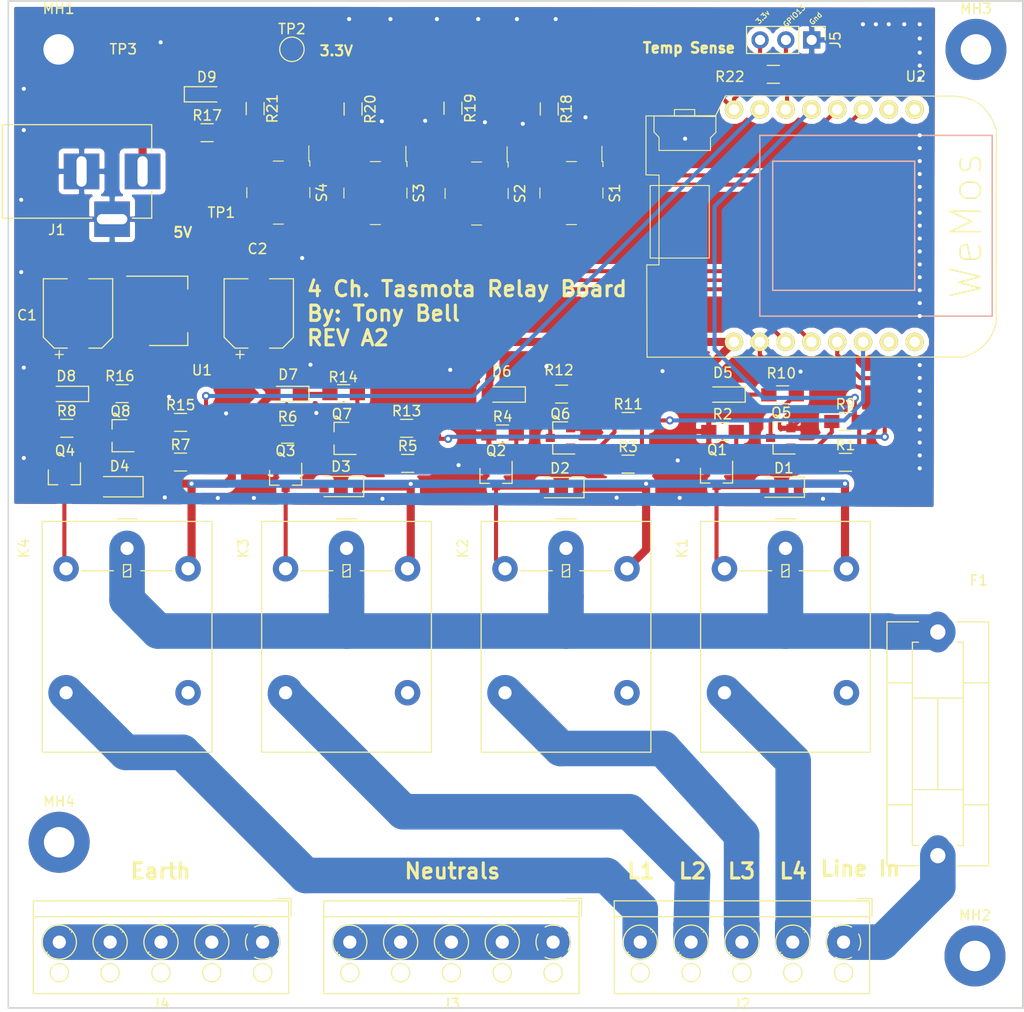
<source format=kicad_pcb>
(kicad_pcb (version 20171130) (host pcbnew "(5.0.0)")
  (layers (0 F.Cu signal) (31 B.Cu signal) (34 B.Paste user) (35 F.Paste user) (36 B.SilkS user) (37 F.SilkS user) (38 B.Mask user) (39 F.Mask user) (44 Edge.Cuts user))
  (net 0 "")
  (net 1 +5V)
  (net 2 GND)
  (net 3 "Net-(D1-Pad2)")
  (net 4 "Net-(Q1-Pad1)")
  (net 5 "Net-(D2-Pad2)")
  (net 6 "Net-(D3-Pad2)")
  (net 7 "Net-(D4-Pad2)")
  (net 8 "Net-(Q2-Pad1)")
  (net 9 "Net-(Q3-Pad1)")
  (net 10 "Net-(Q4-Pad1)")
  (net 11 Relay1)
  (net 12 Relay2)
  (net 13 Relay3)
  (net 14 Relay4)
  (net 15 L1)
  (net 16 LineIN)
  (net 17 L2)
  (net 18 L3)
  (net 19 L4)
  (net 20 Neutral)
  (net 21 Earth)
  (net 22 "Net-(K1-Pad4)")
  (net 23 "Net-(K2-Pad4)")
  (net 24 "Net-(K3-Pad4)")
  (net 25 "Net-(K4-Pad4)")
  (net 26 "Net-(U2-Pad8)")
  (net 27 "Net-(U2-Pad7)")
  (net 28 "Net-(U2-Pad10)")
  (net 29 "Net-(U2-Pad9)")
  (net 30 AC)
  (net 31 "Net-(Q8-Pad1)")
  (net 32 "Net-(D7-Pad1)")
  (net 33 "Net-(Q7-Pad3)")
  (net 34 "Net-(Q8-Pad3)")
  (net 35 "Net-(D8-Pad1)")
  (net 36 "Net-(Q5-Pad1)")
  (net 37 "Net-(Q5-Pad3)")
  (net 38 "Net-(D5-Pad1)")
  (net 39 "Net-(Q6-Pad1)")
  (net 40 "Net-(Q6-Pad3)")
  (net 41 "Net-(D6-Pad1)")
  (net 42 "Net-(Q7-Pad1)")
  (net 43 "Net-(D9-Pad2)")
  (net 44 /DC_IN)
  (net 45 "Net-(R19-Pad2)")
  (net 46 SW2)
  (net 47 SW0)
  (net 48 "Net-(R18-Pad2)")
  (net 49 "Net-(R21-Pad2)")
  (net 50 SW16)
  (net 51 SW14)
  (net 52 "Net-(R20-Pad2)")
  (net 53 +3V3)
  (net 54 OneWire)
  (module Mounting_Holes:MountingHole_3mm_Pad (layer F.Cu) (at 86.0298 115.27028)
    (fp_text reference MH4 (at 0 -4) (layer F.SilkS))
    (fp_text value MountingHole)
    (pad 1 thru_hole circle (at 0 0) (size 6 6) (drill 3) (layers *.Cu *.Mask))
  )
  (module Mounting_Holes:MountingHole_3mm_Pad (layer F.Cu) (at 85.979 37.27196)
    (fp_text reference MH1 (at 0 -4) (layer F.SilkS))
    (fp_text value MountingHole)
    (pad 1 thru_hole circle (at 0 0) (size 6 6) (drill 3) (layers *.Cu *.Mask))
  )
  (module Mounting_Holes:MountingHole_3mm_Pad (layer F.Cu) (at 176.1236 126.45644)
    (fp_text reference MH2 (at 0 -4) (layer F.SilkS))
    (fp_text value MountingHole)
    (pad 1 thru_hole circle (at 0 0) (size 6 6) (drill 3) (layers *.Cu *.Mask))
  )
  (module Mounting_Holes:MountingHole_3mm_Pad (layer F.Cu) (at 176.22012 37.27196)
    (fp_text reference MH3 (at 0 -4) (layer F.SilkS))
    (fp_text value MountingHole)
    (pad 1 thru_hole circle (at 0 0) (size 6 6) (drill 3) (layers *.Cu *.Mask))
  )
  (module Measurement_Points:Measurement_Point_Round-SMD-Pad_Small (layer F.Cu) (at 92.33408 39.25824)
    (fp_text reference TP3 (at 0 -2) (layer F.SilkS))
    (fp_text value GND)
    (pad 1 smd circle (at 0 0) (size 1.5 1.5) (layers F.Cu F.Mask) (net 2 GND))
  )
  (module Measurement_Points:Measurement_Point_Round-SMD-Pad_Small (layer F.Cu) (at 101.99116 55.32628)
    (fp_text reference TP1 (at 0 -2) (layer F.SilkS))
    (fp_text value 5V)
    (pad 1 smd circle (at 0 0) (size 1.5 1.5) (layers F.Cu F.Mask) (net 1 +5V))
  )
  (module Package_TO_SOT_SMD:SOT-23 (layer F.Cu) (at 113.83264 75.5396 180)
    (fp_text reference Q7 (at 0 2.39268) (layer F.SilkS))
    (fp_text value 2N7002)
    (pad 3 smd rect (at 1 0 180) (size 0.9 0.8) (layers F.Cu F.Paste F.Mask) (net 33 "Net-(Q7-Pad3)"))
    (pad 2 smd rect (at -1 0.95 180) (size 0.9 0.8) (layers F.Cu F.Paste F.Mask) (net 2 GND))
    (pad 1 smd rect (at -1 -0.95 180) (size 0.9 0.8) (layers F.Cu F.Paste F.Mask) (net 42 "Net-(Q7-Pad1)"))
  )
  (module Resistors_SMD:R_0805_HandSoldering (layer F.Cu) (at 120.20804 74.549)
    (fp_text reference R13 (at 0 -1.7) (layer F.SilkS))
    (fp_text value 1K)
    (pad 1 smd rect (at -1.35 0) (size 1.5 1.3) (layers F.Cu F.Paste F.Mask) (net 42 "Net-(Q7-Pad1)"))
    (pad 2 smd rect (at 1.35 0) (size 1.5 1.3) (layers F.Cu F.Paste F.Mask) (net 13 Relay3))
  )
  (module Resistors_SMD:R_0805_HandSoldering (layer F.Cu) (at 108.50372 75.12812)
    (fp_text reference R6 (at 0 -1.7) (layer F.SilkS))
    (fp_text value 10K)
    (pad 1 smd rect (at -1.35 0) (size 1.5 1.3) (layers F.Cu F.Paste F.Mask) (net 2 GND))
    (pad 2 smd rect (at 1.35 0) (size 1.5 1.3) (layers F.Cu F.Paste F.Mask) (net 9 "Net-(Q3-Pad1)"))
  )
  (module Resistors_SMD:R_0805_HandSoldering (layer F.Cu) (at 114.01552 71.13524 180)
    (fp_text reference R14 (at 0.04572 1.62052 180) (layer F.SilkS))
    (fp_text value 1K)
    (pad 1 smd rect (at -1.35 0 180) (size 1.5 1.3) (layers F.Cu F.Paste F.Mask) (net 33 "Net-(Q7-Pad3)"))
    (pad 2 smd rect (at 1.35 0 180) (size 1.5 1.3) (layers F.Cu F.Paste F.Mask) (net 32 "Net-(D7-Pad1)"))
  )
  (module LEDs:LED_0805_HandSoldering (layer F.Cu) (at 108.4072 71.16572 180)
    (fp_text reference D7 (at -0.13716 1.89992 180) (layer F.SilkS))
    (fp_text value LED)
    (pad 1 smd rect (at -1.35 0 180) (size 1.5 1.3) (layers F.Cu F.Paste F.Mask) (net 32 "Net-(D7-Pad1)"))
    (pad 2 smd rect (at 1.35 0 180) (size 1.5 1.3) (layers F.Cu F.Paste F.Mask) (net 1 +5V))
  )
  (module Resistors_SMD:R_0805_HandSoldering (layer F.Cu) (at 120.31472 77.99832)
    (fp_text reference R5 (at 0 -1.7) (layer F.SilkS))
    (fp_text value 1K)
    (pad 1 smd rect (at -1.35 0) (size 1.5 1.3) (layers F.Cu F.Paste F.Mask) (net 9 "Net-(Q3-Pad1)"))
    (pad 2 smd rect (at 1.35 0) (size 1.5 1.3) (layers F.Cu F.Paste F.Mask) (net 13 Relay3))
  )
  (module Diodes_SMD:D_SOD-123 (layer F.Cu) (at 113.7412 80.26908 180)
    (fp_text reference D3 (at -0.01016 1.96088 180) (layer F.SilkS))
    (fp_text value 1N4148)
    (pad 1 smd rect (at -1.65 0 180) (size 0.9 1.2) (layers F.Cu F.Paste F.Mask) (net 1 +5V))
    (pad 2 smd rect (at 1.65 0 180) (size 0.9 1.2) (layers F.Cu F.Paste F.Mask) (net 6 "Net-(D3-Pad2)"))
  )
  (module Package_TO_SOT_SMD:SOT-23 (layer F.Cu) (at 108.31068 79.38008 270)
    (fp_text reference Q3 (at -2.6162 0.02032) (layer F.SilkS))
    (fp_text value 2N7002)
    (pad 3 smd rect (at 1 0 270) (size 0.9 0.8) (layers F.Cu F.Paste F.Mask) (net 6 "Net-(D3-Pad2)"))
    (pad 2 smd rect (at -1 0.95 270) (size 0.9 0.8) (layers F.Cu F.Paste F.Mask) (net 2 GND))
    (pad 1 smd rect (at -1 -0.95 270) (size 0.9 0.8) (layers F.Cu F.Paste F.Mask) (net 9 "Net-(Q3-Pad1)"))
  )
  (module LEDs:LED_0805_HandSoldering (layer F.Cu) (at 86.72576 71.16572 180)
    (fp_text reference D8 (at 0 1.75768 180) (layer F.SilkS))
    (fp_text value LED)
    (pad 1 smd rect (at -1.35 0 180) (size 1.5 1.3) (layers F.Cu F.Paste F.Mask) (net 35 "Net-(D8-Pad1)"))
    (pad 2 smd rect (at 1.35 0 180) (size 1.5 1.3) (layers F.Cu F.Paste F.Mask) (net 1 +5V))
  )
  (module LEDs:LED_0805_HandSoldering (layer F.Cu) (at 100.54336 41.69156)
    (fp_text reference D9 (at 0 -1.7) (layer F.SilkS))
    (fp_text value LED)
    (pad 1 smd rect (at -1.35 0) (size 1.5 1.3) (layers F.Cu F.Paste F.Mask) (net 2 GND))
    (pad 2 smd rect (at 1.35 0) (size 1.5 1.3) (layers F.Cu F.Paste F.Mask) (net 43 "Net-(D9-Pad2)"))
  )
  (module digikey-footprints:Switch_Tactile_SMD_6x6mm_PTS645 (layer F.Cu) (at 136.4234 51.40452 270)
    (fp_text reference S1 (at 0 -4.27 270) (layer F.SilkS))
    (fp_text value PTS645SM43SMTR92_LFS)
    (pad 4 smd rect (at 3.975 2.25 270) (size 1.55 1.3) (layers F.Cu F.Paste F.Mask) (net 47 SW0))
    (pad 3 smd rect (at -3.975 2.25 270) (size 1.55 1.3) (layers F.Cu F.Paste F.Mask) (net 48 "Net-(R18-Pad2)"))
    (pad 2 smd rect (at 3.975 -2.25 270) (size 1.55 1.3) (layers F.Cu F.Paste F.Mask) (net 2 GND))
    (pad 1 smd rect (at -3.975 -2.25 270) (size 1.55 1.3) (layers F.Cu F.Paste F.Mask) (net 2 GND))
  )
  (module Diodes_SMD:D_SOD-123 (layer F.Cu) (at 157.099 80.33004 180)
    (fp_text reference D1 (at -0.22352 1.86436 180) (layer F.SilkS))
    (fp_text value 1N4148)
    (pad 1 smd rect (at -1.65 0 180) (size 0.9 1.2) (layers F.Cu F.Paste F.Mask) (net 1 +5V))
    (pad 2 smd rect (at 1.65 0 180) (size 0.9 1.2) (layers F.Cu F.Paste F.Mask) (net 3 "Net-(D1-Pad2)"))
  )
  (module Diodes_SMD:D_SOD-123 (layer F.Cu) (at 135.41248 80.38084 180)
    (fp_text reference D2 (at 0.11684 1.89992 180) (layer F.SilkS))
    (fp_text value 1N4148)
    (pad 1 smd rect (at -1.65 0 180) (size 0.9 1.2) (layers F.Cu F.Paste F.Mask) (net 1 +5V))
    (pad 2 smd rect (at 1.65 0 180) (size 0.9 1.2) (layers F.Cu F.Paste F.Mask) (net 5 "Net-(D2-Pad2)"))
  )
  (module Diodes_SMD:D_SOD-123 (layer F.Cu) (at 92.03944 80.29448 180)
    (fp_text reference D4 (at 0.07112 2.02184 180) (layer F.SilkS))
    (fp_text value 1N4148)
    (pad 1 smd rect (at -1.65 0 180) (size 0.9 1.2) (layers F.Cu F.Paste F.Mask) (net 1 +5V))
    (pad 2 smd rect (at 1.65 0 180) (size 0.9 1.2) (layers F.Cu F.Paste F.Mask) (net 7 "Net-(D4-Pad2)"))
  )
  (module digikey-footprints:Switch_Tactile_SMD_6x6mm_PTS645 (layer F.Cu) (at 117.13972 51.40452 270)
    (fp_text reference S3 (at 0 -4.27 270) (layer F.SilkS))
    (fp_text value PTS645SM43SMTR92_LFS)
    (pad 4 smd rect (at 3.975 2.25 270) (size 1.55 1.3) (layers F.Cu F.Paste F.Mask) (net 51 SW14))
    (pad 3 smd rect (at -3.975 2.25 270) (size 1.55 1.3) (layers F.Cu F.Paste F.Mask) (net 52 "Net-(R20-Pad2)"))
    (pad 2 smd rect (at 3.975 -2.25 270) (size 1.55 1.3) (layers F.Cu F.Paste F.Mask) (net 2 GND))
    (pad 1 smd rect (at -3.975 -2.25 270) (size 1.55 1.3) (layers F.Cu F.Paste F.Mask) (net 2 GND))
  )
  (module digikey-footprints:Switch_Tactile_SMD_6x6mm_PTS645 (layer F.Cu) (at 107.58932 51.3588 270)
    (fp_text reference S4 (at 0 -4.27 270) (layer F.SilkS))
    (fp_text value PTS645SM43SMTR92_LFS)
    (pad 4 smd rect (at 3.975 2.25 270) (size 1.55 1.3) (layers F.Cu F.Paste F.Mask) (net 50 SW16))
    (pad 3 smd rect (at -3.975 2.25 270) (size 1.55 1.3) (layers F.Cu F.Paste F.Mask) (net 49 "Net-(R21-Pad2)"))
    (pad 2 smd rect (at 3.975 -2.25 270) (size 1.55 1.3) (layers F.Cu F.Paste F.Mask) (net 2 GND))
    (pad 1 smd rect (at -3.975 -2.25 270) (size 1.55 1.3) (layers F.Cu F.Paste F.Mask) (net 2 GND))
  )
  (module digikey-footprints:Switch_Tactile_SMD_6x6mm_PTS645 (layer F.Cu) (at 127.09652 51.45024 270)
    (fp_text reference S2 (at 0 -4.27 270) (layer F.SilkS))
    (fp_text value PTS645SM43SMTR92_LFS)
    (pad 4 smd rect (at 3.975 2.25 270) (size 1.55 1.3) (layers F.Cu F.Paste F.Mask) (net 46 SW2))
    (pad 3 smd rect (at -3.975 2.25 270) (size 1.55 1.3) (layers F.Cu F.Paste F.Mask) (net 45 "Net-(R19-Pad2)"))
    (pad 2 smd rect (at 3.975 -2.25 270) (size 1.55 1.3) (layers F.Cu F.Paste F.Mask) (net 2 GND))
    (pad 1 smd rect (at -3.975 -2.25 270) (size 1.55 1.3) (layers F.Cu F.Paste F.Mask) (net 2 GND))
  )
  (module Fuse_Holders_and_Fuses:Fuseholder5x20_horiz_SemiClosed_Casing10x25mm (layer F.Cu) (at 172.466 116.586 90)
    (fp_text reference F1 (at 27.07132 4.02844 180) (layer F.SilkS))
    (fp_text value "Fuse 5A")
    (pad 2 thru_hole oval (at 22 0) (size 2.5 4) (drill 1.5) (layers *.Cu *.Mask) (net 16 LineIN))
    (pad 1 thru_hole oval (at 0 0) (size 2.5 4) (drill 1.5) (layers *.Cu *.Mask) (net 30 AC))
  )
  (module Connectors:BARREL_JACK (layer F.Cu) (at 94.234 49.276)
    (fp_text reference J1 (at -8.45 5.75 -180) (layer F.SilkS))
    (fp_text value Barrel_Jack_Switch)
    (pad 1 thru_hole rect (at 0 0) (size 3.5 3.5) (drill oval 1 3) (layers *.Cu *.Mask) (net 44 /DC_IN))
    (pad 2 thru_hole rect (at -6 0) (size 3.5 3.5) (drill oval 1 3) (layers *.Cu *.Mask) (net 2 GND))
    (pad 3 thru_hole rect (at -3 4.7) (size 3.5 3.5) (drill oval 3 1) (layers *.Cu *.Mask) (net 2 GND))
  )
  (module LEDs:LED_0805_HandSoldering (layer F.Cu) (at 151.32304 71.22668 180)
    (fp_text reference D5 (at 0.00508 2.14884 180) (layer F.SilkS))
    (fp_text value LED)
    (pad 1 smd rect (at -1.35 0 180) (size 1.5 1.3) (layers F.Cu F.Paste F.Mask) (net 38 "Net-(D5-Pad1)"))
    (pad 2 smd rect (at 1.35 0 180) (size 1.5 1.3) (layers F.Cu F.Paste F.Mask) (net 1 +5V))
  )
  (module LEDs:LED_0805_HandSoldering (layer F.Cu) (at 129.6924 71.2216 180)
    (fp_text reference D6 (at 0.127 2.26568 180) (layer F.SilkS))
    (fp_text value LED)
    (pad 1 smd rect (at -1.35 0 180) (size 1.5 1.3) (layers F.Cu F.Paste F.Mask) (net 41 "Net-(D6-Pad1)"))
    (pad 2 smd rect (at 1.35 0 180) (size 1.5 1.3) (layers F.Cu F.Paste F.Mask) (net 1 +5V))
  )
  (module Resistors_SMD:R_0805_HandSoldering (layer F.Cu) (at 163.38296 77.89164)
    (fp_text reference R1 (at 0 -1.7) (layer F.SilkS))
    (fp_text value 1K)
    (pad 1 smd rect (at -1.35 0) (size 1.5 1.3) (layers F.Cu F.Paste F.Mask) (net 4 "Net-(Q1-Pad1)"))
    (pad 2 smd rect (at 1.35 0) (size 1.5 1.3) (layers F.Cu F.Paste F.Mask) (net 11 Relay1))
  )
  (module Resistors_SMD:R_0805_HandSoldering (layer F.Cu) (at 151.28748 74.85888)
    (fp_text reference R2 (at 0 -1.7) (layer F.SilkS))
    (fp_text value 10K)
    (pad 1 smd rect (at -1.35 0) (size 1.5 1.3) (layers F.Cu F.Paste F.Mask) (net 2 GND))
    (pad 2 smd rect (at 1.35 0) (size 1.5 1.3) (layers F.Cu F.Paste F.Mask) (net 4 "Net-(Q1-Pad1)"))
  )
  (module Resistors_SMD:R_0805_HandSoldering (layer F.Cu) (at 141.99744 78.06944)
    (fp_text reference R3 (at 0 -1.7) (layer F.SilkS))
    (fp_text value 1K)
    (pad 1 smd rect (at -1.35 0) (size 1.5 1.3) (layers F.Cu F.Paste F.Mask) (net 8 "Net-(Q2-Pad1)"))
    (pad 2 smd rect (at 1.35 0) (size 1.5 1.3) (layers F.Cu F.Paste F.Mask) (net 12 Relay2))
  )
  (module Resistors_SMD:R_0805_HandSoldering (layer F.Cu) (at 129.65176 75.10272)
    (fp_text reference R4 (at 0 -1.7) (layer F.SilkS))
    (fp_text value 10K)
    (pad 1 smd rect (at -1.35 0) (size 1.5 1.3) (layers F.Cu F.Paste F.Mask) (net 2 GND))
    (pad 2 smd rect (at 1.35 0) (size 1.5 1.3) (layers F.Cu F.Paste F.Mask) (net 8 "Net-(Q2-Pad1)"))
  )
  (module Resistors_SMD:R_0805_HandSoldering (layer F.Cu) (at 97.96272 77.86624)
    (fp_text reference R7 (at 0 -1.7) (layer F.SilkS))
    (fp_text value 1K)
    (pad 1 smd rect (at -1.35 0) (size 1.5 1.3) (layers F.Cu F.Paste F.Mask) (net 10 "Net-(Q4-Pad1)"))
    (pad 2 smd rect (at 1.35 0) (size 1.5 1.3) (layers F.Cu F.Paste F.Mask) (net 14 Relay4))
  )
  (module Resistors_SMD:R_0805_HandSoldering (layer F.Cu) (at 86.77656 74.54392)
    (fp_text reference R8 (at 0 -1.7) (layer F.SilkS))
    (fp_text value 10K)
    (pad 1 smd rect (at -1.35 0) (size 1.5 1.3) (layers F.Cu F.Paste F.Mask) (net 2 GND))
    (pad 2 smd rect (at 1.35 0) (size 1.5 1.3) (layers F.Cu F.Paste F.Mask) (net 10 "Net-(Q4-Pad1)"))
  )
  (module Resistors_SMD:R_0805_HandSoldering (layer F.Cu) (at 163.38804 73.87336)
    (fp_text reference R9 (at 0 -1.7) (layer F.SilkS))
    (fp_text value 1K)
    (pad 1 smd rect (at -1.35 0) (size 1.5 1.3) (layers F.Cu F.Paste F.Mask) (net 36 "Net-(Q5-Pad1)"))
    (pad 2 smd rect (at 1.35 0) (size 1.5 1.3) (layers F.Cu F.Paste F.Mask) (net 11 Relay1))
  )
  (module Resistors_SMD:R_0805_HandSoldering (layer F.Cu) (at 157.19552 71.25208 180)
    (fp_text reference R10 (at 0.127 2.11836 180) (layer F.SilkS))
    (fp_text value 1K)
    (pad 1 smd rect (at -1.35 0 180) (size 1.5 1.3) (layers F.Cu F.Paste F.Mask) (net 37 "Net-(Q5-Pad3)"))
    (pad 2 smd rect (at 1.35 0 180) (size 1.5 1.3) (layers F.Cu F.Paste F.Mask) (net 38 "Net-(D5-Pad1)"))
  )
  (module Resistors_SMD:R_0805_HandSoldering (layer F.Cu) (at 142.0114 73.87336)
    (fp_text reference R11 (at 0 -1.7) (layer F.SilkS))
    (fp_text value 1K)
    (pad 1 smd rect (at -1.35 0) (size 1.5 1.3) (layers F.Cu F.Paste F.Mask) (net 39 "Net-(Q6-Pad1)"))
    (pad 2 smd rect (at 1.35 0) (size 1.5 1.3) (layers F.Cu F.Paste F.Mask) (net 12 Relay2))
  )
  (module Resistors_SMD:R_0805_HandSoldering (layer F.Cu) (at 135.45312 71.18096 180)
    (fp_text reference R12 (at 0.26416 2.35712 180) (layer F.SilkS))
    (fp_text value 1K)
    (pad 1 smd rect (at -1.35 0 180) (size 1.5 1.3) (layers F.Cu F.Paste F.Mask) (net 40 "Net-(Q6-Pad3)"))
    (pad 2 smd rect (at 1.35 0 180) (size 1.5 1.3) (layers F.Cu F.Paste F.Mask) (net 41 "Net-(D6-Pad1)"))
  )
  (module Resistors_SMD:R_0805_HandSoldering (layer F.Cu) (at 97.97288 73.9648)
    (fp_text reference R15 (at 0 -1.7) (layer F.SilkS))
    (fp_text value 1K)
    (pad 1 smd rect (at -1.35 0) (size 1.5 1.3) (layers F.Cu F.Paste F.Mask) (net 31 "Net-(Q8-Pad1)"))
    (pad 2 smd rect (at 1.35 0) (size 1.5 1.3) (layers F.Cu F.Paste F.Mask) (net 14 Relay4))
  )
  (module Resistors_SMD:R_0805_HandSoldering (layer F.Cu) (at 92.21724 71.13524 180)
    (fp_text reference R16 (at 0.21844 1.7272 180) (layer F.SilkS))
    (fp_text value 1K)
    (pad 1 smd rect (at -1.35 0 180) (size 1.5 1.3) (layers F.Cu F.Paste F.Mask) (net 34 "Net-(Q8-Pad3)"))
    (pad 2 smd rect (at 1.35 0 180) (size 1.5 1.3) (layers F.Cu F.Paste F.Mask) (net 35 "Net-(D8-Pad1)"))
  )
  (module Resistors_SMD:R_0805_HandSoldering (layer F.Cu) (at 100.584 45.466)
    (fp_text reference R17 (at 0 -1.7) (layer F.SilkS))
    (fp_text value 1K)
    (pad 1 smd rect (at -1.35 0) (size 1.5 1.3) (layers F.Cu F.Paste F.Mask) (net 1 +5V))
    (pad 2 smd rect (at 1.35 0) (size 1.5 1.3) (layers F.Cu F.Paste F.Mask) (net 43 "Net-(D9-Pad2)"))
  )
  (module Resistors_SMD:R_0805_HandSoldering (layer F.Cu) (at 134.239 43.13936 270)
    (fp_text reference R18 (at 0 -1.7 270) (layer F.SilkS))
    (fp_text value 1K)
    (pad 1 smd rect (at -1.35 0 270) (size 1.5 1.3) (layers F.Cu F.Paste F.Mask) (net 53 +3V3))
    (pad 2 smd rect (at 1.35 0 270) (size 1.5 1.3) (layers F.Cu F.Paste F.Mask) (net 48 "Net-(R18-Pad2)"))
  )
  (module Resistors_SMD:R_0805_HandSoldering (layer F.Cu) (at 124.76988 43.05808 270)
    (fp_text reference R19 (at 0 -1.7 270) (layer F.SilkS))
    (fp_text value 1K)
    (pad 1 smd rect (at -1.35 0 270) (size 1.5 1.3) (layers F.Cu F.Paste F.Mask) (net 53 +3V3))
    (pad 2 smd rect (at 1.35 0 270) (size 1.5 1.3) (layers F.Cu F.Paste F.Mask) (net 45 "Net-(R19-Pad2)"))
  )
  (module Resistors_SMD:R_0805_HandSoldering (layer F.Cu) (at 114.94008 43.13936 270)
    (fp_text reference R20 (at 0 -1.7 270) (layer F.SilkS))
    (fp_text value 1K)
    (pad 1 smd rect (at -1.35 0 270) (size 1.5 1.3) (layers F.Cu F.Paste F.Mask) (net 53 +3V3))
    (pad 2 smd rect (at 1.35 0 270) (size 1.5 1.3) (layers F.Cu F.Paste F.Mask) (net 52 "Net-(R20-Pad2)"))
  )
  (module Resistors_SMD:R_0805_HandSoldering (layer F.Cu) (at 105.3084 43.09872 270)
    (fp_text reference R21 (at 0 -1.7 270) (layer F.SilkS))
    (fp_text value 1K)
    (pad 1 smd rect (at -1.35 0 270) (size 1.5 1.3) (layers F.Cu F.Paste F.Mask) (net 53 +3V3))
    (pad 2 smd rect (at 1.35 0 270) (size 1.5 1.3) (layers F.Cu F.Paste F.Mask) (net 49 "Net-(R21-Pad2)"))
  )
  (module Resistors_SMD:R_0805_HandSoldering (layer F.Cu) (at 156.2862 39.7256)
    (fp_text reference R22 (at -4.28244 0.23368) (layer F.SilkS))
    (fp_text value 4.7K)
    (pad 1 smd rect (at -1.35 0) (size 1.5 1.3) (layers F.Cu F.Paste F.Mask) (net 53 +3V3))
    (pad 2 smd rect (at 1.35 0) (size 1.5 1.3) (layers F.Cu F.Paste F.Mask) (net 54 OneWire))
  )
  (module Connector_PinHeader_2.54mm:PinHeader_1x03_P2.54mm_Vertical (layer F.Cu) (at 160.06064 36.34232 270)
    (fp_text reference J5 (at 0 -2.33 270) (layer F.SilkS))
    (fp_text value Conn_01x03_Male)
    (pad 1 thru_hole rect (at 0 0 270) (size 1.7 1.7) (drill 1) (layers *.Cu *.Mask) (net 2 GND))
    (pad 2 thru_hole oval (at 0 2.54 270) (size 1.7 1.7) (drill 1) (layers *.Cu *.Mask) (net 54 OneWire))
    (pad 3 thru_hole oval (at 0 5.08 270) (size 1.7 1.7) (drill 1) (layers *.Cu *.Mask) (net 53 +3V3))
  )
  (module TestPoint:TestPoint_Pad_D2.0mm (layer F.Cu) (at 108.92536 37.2618)
    (fp_text reference TP2 (at 0 -1.998) (layer F.SilkS))
    (fp_text value 3.3V)
    (pad 1 smd circle (at 0 0) (size 2 2) (layers F.Cu F.Mask) (net 53 +3V3))
  )
  (module Package_TO_SOT_SMD:SOT-23 (layer F.Cu) (at 157.01772 75.49388 180)
    (fp_text reference Q5 (at -0.0508 2.46888 180) (layer F.SilkS))
    (fp_text value 2N7002)
    (pad 1 smd rect (at -1 -0.95 180) (size 0.9 0.8) (layers F.Cu F.Paste F.Mask) (net 36 "Net-(Q5-Pad1)"))
    (pad 2 smd rect (at -1 0.95 180) (size 0.9 0.8) (layers F.Cu F.Paste F.Mask) (net 2 GND))
    (pad 3 smd rect (at 1 0 180) (size 0.9 0.8) (layers F.Cu F.Paste F.Mask) (net 37 "Net-(Q5-Pad3)"))
  )
  (module Package_TO_SOT_SMD:SOT-23 (layer F.Cu) (at 135.34644 75.49388 180)
    (fp_text reference Q6 (at 0.01016 2.36728 180) (layer F.SilkS))
    (fp_text value 2N7002)
    (pad 3 smd rect (at 1 0 180) (size 0.9 0.8) (layers F.Cu F.Paste F.Mask) (net 40 "Net-(Q6-Pad3)"))
    (pad 2 smd rect (at -1 0.95 180) (size 0.9 0.8) (layers F.Cu F.Paste F.Mask) (net 2 GND))
    (pad 1 smd rect (at -1 -0.95 180) (size 0.9 0.8) (layers F.Cu F.Paste F.Mask) (net 39 "Net-(Q6-Pad1)"))
  )
  (module Package_TO_SOT_SMD:SOT-23 (layer F.Cu) (at 91.99372 75.27544 180)
    (fp_text reference Q8 (at -0.06604 2.413) (layer F.SilkS))
    (fp_text value 2N7002)
    (pad 1 smd rect (at -1 -0.95 180) (size 0.9 0.8) (layers F.Cu F.Paste F.Mask) (net 31 "Net-(Q8-Pad1)"))
    (pad 2 smd rect (at -1 0.95 180) (size 0.9 0.8) (layers F.Cu F.Paste F.Mask) (net 2 GND))
    (pad 3 smd rect (at 1 0 180) (size 0.9 0.8) (layers F.Cu F.Paste F.Mask) (net 34 "Net-(Q8-Pad3)"))
  )
  (module Capacitor_SMD:CP_Elec_6.3x9.9 (layer F.Cu) (at 105.664 63.246 90)
    (fp_text reference C2 (at 6.35 -0.127 180) (layer F.SilkS))
    (fp_text value 22uF)
    (pad 2 smd rect (at 2.8 0 90) (size 3.5 1.6) (layers F.Cu F.Paste F.Mask) (net 2 GND))
    (pad 1 smd rect (at -2.8 0 90) (size 3.5 1.6) (layers F.Cu F.Paste F.Mask) (net 1 +5V))
  )
  (module Capacitor_SMD:CP_Elec_6.3x9.9 (layer F.Cu) (at 87.884 63.246 90)
    (fp_text reference C1 (at -0.17272 -5.01904 180) (layer F.SilkS))
    (fp_text value 10uF)
    (pad 1 smd rect (at -2.8 0 90) (size 3.5 1.6) (layers F.Cu F.Paste F.Mask) (net 44 /DC_IN))
    (pad 2 smd rect (at 2.8 0 90) (size 3.5 1.6) (layers F.Cu F.Paste F.Mask) (net 2 GND))
  )
  (module Package_TO_SOT_SMD:SOT-23 (layer F.Cu) (at 150.6982 79.1718 270)
    (fp_text reference Q1 (at -2.50952 -0.05588) (layer F.SilkS))
    (fp_text value 2N7002)
    (pad 1 smd rect (at -1 -0.95 270) (size 0.9 0.8) (layers F.Cu F.Paste F.Mask) (net 4 "Net-(Q1-Pad1)"))
    (pad 2 smd rect (at -1 0.95 270) (size 0.9 0.8) (layers F.Cu F.Paste F.Mask) (net 2 GND))
    (pad 3 smd rect (at 1 0 270) (size 0.9 0.8) (layers F.Cu F.Paste F.Mask) (net 3 "Net-(D1-Pad2)"))
  )
  (module Package_TO_SOT_SMD:SOT-223-3_TabPin2 (layer F.Cu) (at 96.774 62.992)
    (fp_text reference U1 (at 3.302 5.842) (layer F.SilkS))
    (fp_text value AP1117-50)
    (pad 2 smd rect (at 3.15 0) (size 2 3.8) (layers F.Cu F.Paste F.Mask) (net 1 +5V))
    (pad 2 smd rect (at -3.15 0) (size 2 1.5) (layers F.Cu F.Paste F.Mask) (net 1 +5V))
    (pad 3 smd rect (at -3.15 2.3) (size 2 1.5) (layers F.Cu F.Paste F.Mask) (net 44 /DC_IN))
    (pad 1 smd rect (at -3.15 -2.3) (size 2 1.5) (layers F.Cu F.Paste F.Mask) (net 2 GND))
  )
  (module Relay_THT:Relay_SPDT_Omron-G5LE-1 (layer F.Cu) (at 157.48 86.36)
    (fp_text reference K1 (at -10.16 0 90) (layer F.SilkS))
    (fp_text value G5LE-1)
    (pad 5 thru_hole oval (at 6 2) (size 2.5 2.5) (drill 1.3) (layers *.Cu *.Mask) (net 1 +5V))
    (pad 4 thru_hole oval (at 6 14.2) (size 2.5 2.5) (drill 1.3) (layers *.Cu *.Mask) (net 22 "Net-(K1-Pad4)"))
    (pad 3 thru_hole oval (at -6 14.2) (size 2.5 2.5) (drill 1.3) (layers *.Cu *.Mask) (net 15 L1))
    (pad 2 thru_hole oval (at -6 2) (size 2.5 2.5) (drill 1.3) (layers *.Cu *.Mask) (net 3 "Net-(D1-Pad2)"))
    (pad 1 thru_hole rect (at 0 0) (size 2.5 2.5) (drill 1.3) (layers *.Cu *.Mask) (net 16 LineIN))
  )
  (module Relay_THT:Relay_SPDT_Omron-G5LE-1 (layer F.Cu) (at 135.89 86.36)
    (fp_text reference K2 (at -10.16 0 90) (layer F.SilkS))
    (fp_text value G5LE-1)
    (pad 1 thru_hole rect (at 0 0) (size 2.5 2.5) (drill 1.3) (layers *.Cu *.Mask) (net 16 LineIN))
    (pad 2 thru_hole oval (at -6 2) (size 2.5 2.5) (drill 1.3) (layers *.Cu *.Mask) (net 5 "Net-(D2-Pad2)"))
    (pad 3 thru_hole oval (at -6 14.2) (size 2.5 2.5) (drill 1.3) (layers *.Cu *.Mask) (net 17 L2))
    (pad 4 thru_hole oval (at 6 14.2) (size 2.5 2.5) (drill 1.3) (layers *.Cu *.Mask) (net 23 "Net-(K2-Pad4)"))
    (pad 5 thru_hole oval (at 6 2) (size 2.5 2.5) (drill 1.3) (layers *.Cu *.Mask) (net 1 +5V))
  )
  (module Relay_THT:Relay_SPDT_Omron-G5LE-1 (layer F.Cu) (at 114.3 86.36)
    (fp_text reference K3 (at -10.16 0 90) (layer F.SilkS))
    (fp_text value G5LE-1)
    (pad 5 thru_hole oval (at 6 2) (size 2.5 2.5) (drill 1.3) (layers *.Cu *.Mask) (net 1 +5V))
    (pad 4 thru_hole oval (at 6 14.2) (size 2.5 2.5) (drill 1.3) (layers *.Cu *.Mask) (net 24 "Net-(K3-Pad4)"))
    (pad 3 thru_hole oval (at -6 14.2) (size 2.5 2.5) (drill 1.3) (layers *.Cu *.Mask) (net 18 L3))
    (pad 2 thru_hole oval (at -6 2) (size 2.5 2.5) (drill 1.3) (layers *.Cu *.Mask) (net 6 "Net-(D3-Pad2)"))
    (pad 1 thru_hole rect (at 0 0) (size 2.5 2.5) (drill 1.3) (layers *.Cu *.Mask) (net 16 LineIN))
  )
  (module Relay_THT:Relay_SPDT_Omron-G5LE-1 (layer F.Cu) (at 92.71 86.36)
    (fp_text reference K4 (at -10.16 0 90) (layer F.SilkS))
    (fp_text value G5LE-1)
    (pad 1 thru_hole rect (at 0 0) (size 2.5 2.5) (drill 1.3) (layers *.Cu *.Mask) (net 16 LineIN))
    (pad 2 thru_hole oval (at -6 2) (size 2.5 2.5) (drill 1.3) (layers *.Cu *.Mask) (net 7 "Net-(D4-Pad2)"))
    (pad 3 thru_hole oval (at -6 14.2) (size 2.5 2.5) (drill 1.3) (layers *.Cu *.Mask) (net 19 L4))
    (pad 4 thru_hole oval (at 6 14.2) (size 2.5 2.5) (drill 1.3) (layers *.Cu *.Mask) (net 25 "Net-(K4-Pad4)"))
    (pad 5 thru_hole oval (at 6 2) (size 2.5 2.5) (drill 1.3) (layers *.Cu *.Mask) (net 1 +5V))
  )
  (module Package_TO_SOT_SMD:SOT-23 (layer F.Cu) (at 129.00604 79.20228 270)
    (fp_text reference Q2 (at -2.45364 -0.00056) (layer F.SilkS))
    (fp_text value 2N7002)
    (pad 1 smd rect (at -1 -0.95 270) (size 0.9 0.8) (layers F.Cu F.Paste F.Mask) (net 8 "Net-(Q2-Pad1)"))
    (pad 2 smd rect (at -1 0.95 270) (size 0.9 0.8) (layers F.Cu F.Paste F.Mask) (net 2 GND))
    (pad 3 smd rect (at 1 0 270) (size 0.9 0.8) (layers F.Cu F.Paste F.Mask) (net 5 "Net-(D2-Pad2)"))
  )
  (module Package_TO_SOT_SMD:SOT-23 (layer F.Cu) (at 86.54288 79.33944 270)
    (fp_text reference Q4 (at -2.58572 -0.05588) (layer F.SilkS))
    (fp_text value 2N7002)
    (pad 1 smd rect (at -1 -0.95 270) (size 0.9 0.8) (layers F.Cu F.Paste F.Mask) (net 10 "Net-(Q4-Pad1)"))
    (pad 2 smd rect (at -1 0.95 270) (size 0.9 0.8) (layers F.Cu F.Paste F.Mask) (net 2 GND))
    (pad 3 smd rect (at 1 0 270) (size 0.9 0.8) (layers F.Cu F.Paste F.Mask) (net 7 "Net-(D4-Pad2)"))
  )
  (module TerminalBlock_RND:TerminalBlock_RND_205-00004_1x05_P5.00mm_Horizontal (layer F.Cu) (at 163.195 125.095 180)
    (fp_text reference J2 (at 10 -6.06 180) (layer F.SilkS))
    (fp_text value Live)
    (pad 1 thru_hole rect (at 0 0 180) (size 2.5 2.5) (drill 1.3) (layers *.Cu *.Mask) (net 30 AC))
    (pad 2 thru_hole circle (at 5 0 180) (size 2.5 2.5) (drill 1.3) (layers *.Cu *.Mask) (net 15 L1))
    (pad 3 thru_hole circle (at 10 0 180) (size 2.5 2.5) (drill 1.3) (layers *.Cu *.Mask) (net 17 L2))
    (pad 4 thru_hole circle (at 15 0 180) (size 2.5 2.5) (drill 1.3) (layers *.Cu *.Mask) (net 18 L3))
    (pad 5 thru_hole circle (at 20 0 180) (size 2.5 2.5) (drill 1.3) (layers *.Cu *.Mask) (net 19 L4))
  )
  (module TerminalBlock_RND:TerminalBlock_RND_205-00004_1x05_P5.00mm_Horizontal (layer F.Cu) (at 134.62 125.095 180)
    (fp_text reference J3 (at 10 -6.06 180) (layer F.SilkS))
    (fp_text value Neutrals)
    (pad 5 thru_hole circle (at 20 0 180) (size 2.5 2.5) (drill 1.3) (layers *.Cu *.Mask) (net 20 Neutral))
    (pad 4 thru_hole circle (at 15 0 180) (size 2.5 2.5) (drill 1.3) (layers *.Cu *.Mask) (net 20 Neutral))
    (pad 3 thru_hole circle (at 10 0 180) (size 2.5 2.5) (drill 1.3) (layers *.Cu *.Mask) (net 20 Neutral))
    (pad 2 thru_hole circle (at 5 0 180) (size 2.5 2.5) (drill 1.3) (layers *.Cu *.Mask) (net 20 Neutral))
    (pad 1 thru_hole rect (at 0 0 180) (size 2.5 2.5) (drill 1.3) (layers *.Cu *.Mask) (net 20 Neutral))
  )
  (module TerminalBlock_RND:TerminalBlock_RND_205-00004_1x05_P5.00mm_Horizontal (layer F.Cu) (at 106.045 125.095 180)
    (fp_text reference J4 (at 10 -6.06 180) (layer F.SilkS))
    (fp_text value Earths)
    (pad 1 thru_hole rect (at 0 0 180) (size 2.5 2.5) (drill 1.3) (layers *.Cu *.Mask) (net 21 Earth))
    (pad 2 thru_hole circle (at 5 0 180) (size 2.5 2.5) (drill 1.3) (layers *.Cu *.Mask) (net 21 Earth))
    (pad 3 thru_hole circle (at 10 0 180) (size 2.5 2.5) (drill 1.3) (layers *.Cu *.Mask) (net 21 Earth))
    (pad 4 thru_hole circle (at 15 0 180) (size 2.5 2.5) (drill 1.3) (layers *.Cu *.Mask) (net 21 Earth))
    (pad 5 thru_hole circle (at 20 0 180) (size 2.5 2.5) (drill 1.3) (layers *.Cu *.Mask) (net 21 Earth))
  )
  (module My_Component_Footprints:Wemos_D1_mini_board-flipped (layer F.Cu) (at 163.03244 53.42636 270)
    (fp_text reference U2 (at -13.49248 -7.25932) (layer F.SilkS))
    (fp_text value Wemos_D1_Mini_wide)
    (fp_text user WeMos (at 1.1938 -12.2428 270) (layer F.SilkS) (effects (font (size 3 3))))
    (pad 8 thru_hole circle (at 12.6238 -7.1628 270) (size 1.8 1.8) (drill 1.016) (layers *.Cu *.Mask F.SilkS) (net 26 "Net-(U2-Pad8)"))
    (pad 7 thru_hole circle (at 12.6238 -4.6228 270) (size 1.8 1.8) (drill 1.016) (layers *.Cu *.Mask F.SilkS) (net 27 "Net-(U2-Pad7)"))
    (pad 6 thru_hole circle (at 12.6238 -2.0828 270) (size 1.8 1.8) (drill 1.016) (layers *.Cu *.Mask F.SilkS) (net 12 Relay2))
    (pad 5 thru_hole circle (at 12.6238 0.4572 270) (size 1.8 1.8) (drill 1.016) (layers *.Cu *.Mask F.SilkS) (net 13 Relay3))
    (pad 4 thru_hole circle (at 12.6238 2.9972 270) (size 1.8 1.8) (drill 1.016) (layers *.Cu *.Mask F.SilkS) (net 47 SW0))
    (pad 3 thru_hole circle (at 12.6238 5.5372 270) (size 1.8 1.8) (drill 1.016) (layers *.Cu *.Mask F.SilkS) (net 46 SW2))
    (pad 2 thru_hole circle (at 12.6238 8.0772 270) (size 1.8 1.8) (drill 1.016) (layers *.Cu *.Mask F.SilkS) (net 2 GND))
    (pad 1 thru_hole circle (at 12.6238 10.6172 270) (size 1.8 1.8) (drill 1.016) (layers *.Cu *.Mask F.SilkS) (net 1 +5V))
    (pad 16 thru_hole circle (at -10.2362 10.6172 270) (size 1.8 1.8) (drill 1.016) (layers *.Cu *.Mask F.SilkS) (net 53 +3V3))
    (pad 15 thru_hole circle (at -10.2362 8.0772 270) (size 1.8 1.8) (drill 1.016) (layers *.Cu *.Mask F.SilkS) (net 14 Relay4))
    (pad 14 thru_hole circle (at -10.2362 5.5372 270) (size 1.8 1.8) (drill 1.016) (layers *.Cu *.Mask F.SilkS) (net 54 OneWire))
    (pad 13 thru_hole circle (at -10.2362 2.9972 270) (size 1.8 1.8) (drill 1.016) (layers *.Cu *.Mask F.SilkS) (net 11 Relay1))
    (pad 12 thru_hole circle (at -10.2362 0.4572 270) (size 1.8 1.8) (drill 1.016) (layers *.Cu *.Mask F.SilkS) (net 50 SW16))
    (pad 11 thru_hole circle (at -10.2362 -2.0828 270) (size 1.8 1.8) (drill 1.016) (layers *.Cu *.Mask F.SilkS) (net 51 SW14))
    (pad 10 thru_hole circle (at -10.2362 -4.6228 270) (size 1.8 1.8) (drill 1.016) (layers *.Cu *.Mask F.SilkS) (net 28 "Net-(U2-Pad10)"))
    (pad 9 thru_hole circle (at -10.2362 -7.1628 270) (size 1.8 1.8) (drill 1.016) (layers *.Cu *.Mask F.SilkS) (net 29 "Net-(U2-Pad9)"))
  )
  (gr_line (start 81.026 131.572) (end 180.848 131.572) (layer Edge.Cuts) (width 0.15))
  (gr_line (start 180.848 32.512) (end 180.848 131.572) (layer Edge.Cuts) (width 0.2))
  (gr_text "3.3V\n" (at 113.29416 37.4142) (layer F.SilkS) (effects (font (size 1 1) (thickness 0.2))))
  (gr_text 5V (at 98.18624 55.27548) (layer F.SilkS) (effects (font (size 1 1) (thickness 0.2))))
  (gr_text GPIO13 (at 158.34868 33.99028 45) (layer F.SilkS) (effects (font (size 0.5 0.5) (thickness 0.1))))
  (gr_text Gnd (at 160.4518 34.2392 45) (layer F.SilkS) (effects (font (size 0.5 0.5) (thickness 0.1))))
  (gr_text 3.3v (at 155.25496 34.09696 45) (layer F.SilkS) (effects (font (size 0.5 0.5) (thickness 0.1))))
  (gr_text "Temp Sense" (at 147.99056 37.12464) (layer F.SilkS) (effects (font (size 1 1) (thickness 0.25))))
  (gr_line (start 81.026 32.512) (end 81.026 131.572) (layer Edge.Cuts) (width 0.15))
  (gr_text "Line In" (at 164.846 117.856) (layer F.SilkS) (effects (font (size 1.5 1.5) (thickness 0.3))))
  (gr_text L4 (at 158.242 118.11) (layer F.SilkS) (effects (font (size 1.5 1.5) (thickness 0.3))))
  (gr_text L3 (at 153.162 118.11) (layer F.SilkS) (effects (font (size 1.5 1.5) (thickness 0.3))))
  (gr_text L2 (at 148.336 118.11) (layer F.SilkS) (effects (font (size 1.5 1.5) (thickness 0.3))))
  (gr_text L1 (at 143.256 118.11) (layer F.SilkS) (effects (font (size 1.5 1.5) (thickness 0.3))))
  (gr_text Neutrals (at 124.714 118.11) (layer F.SilkS) (effects (font (size 1.5 1.5) (thickness 0.3))))
  (gr_text Earth (at 96.012 118.11) (layer F.SilkS) (effects (font (size 1.5 1.5) (thickness 0.3))))
  (gr_text "4 Ch. Tasmota Relay Board\nBy: Tony Bell\nREV A2" (at 110.236 63.246) (layer F.SilkS) (effects (font (size 1.5 1.5) (thickness 0.3)) (justify left)))
  (gr_line (start 81.026 32.512) (end 180.848 32.512) (layer Edge.Cuts) (width 0.15))
  (segment (start 99.2125 87.8575) (end 98.71 88.36) (width 0.8) (layer F.Cu) (net 1))
  (segment (start 120.1675 88.2275) (end 120.3 88.36) (width 0.8) (layer F.Cu) (net 1))
  (segment (start 141.7575 88.2275) (end 141.89 88.36) (width 0.8) (layer F.Cu) (net 1))
  (segment (start 102.978 66.046) (end 99.924 62.992) (width 0.8) (layer F.Cu) (net 1))
  (segment (start 105.664 66.046) (end 102.978 66.046) (width 0.8) (layer F.Cu) (net 1))
  (segment (start 99.484 62.552) (end 99.924 62.992) (width 0.8) (layer F.Cu) (net 1))
  (segment (start 105.41 66.3) (end 105.664 66.046) (width 0.8) (layer F.Cu) (net 1))
  (segment (start 99.924 64.541) (end 99.924 62.992) (width 0.8) (layer F.Cu) (net 1))
  (segment (start 145.38452 79.99476) (end 145.38452 79.99476) (width 0.8) (layer B.Cu) (net 1))
  (via (at 120.61444 80.01508) (size 0.8) (drill 0.4) (layers F.Cu B.Cu) (net 1))
  (segment (start 124.2314 79.99476) (end 143.76908 79.99476) (width 0.8) (layer B.Cu) (net 1))
  (segment (start 120.61444 80.01508) (end 124.2314 79.99476) (width 0.8) (layer B.Cu) (net 1))
  (via (at 99.05492 79.98968) (size 0.8) (drill 0.4) (layers F.Cu B.Cu) (net 1))
  (segment (start 123.650475 80.01) (end 120.61444 80.01508) (width 0.8) (layer B.Cu) (net 1))
  (segment (start 99.05492 79.98968) (end 123.650475 80.01) (width 0.8) (layer B.Cu) (net 1))
  (segment (start 94.0044 79.97952) (end 93.68944 80.29448) (width 0.8) (layer F.Cu) (net 1))
  (segment (start 99.05492 79.98968) (end 94.0044 79.97952) (width 0.8) (layer F.Cu) (net 1))
  (segment (start 99.05492 88.01508) (end 98.71 88.36) (width 0.8) (layer F.Cu) (net 1))
  (segment (start 99.05492 79.98968) (end 99.05492 88.01508) (width 0.8) (layer F.Cu) (net 1))
  (segment (start 120.61444 88.04556) (end 120.3 88.36) (width 0.8) (layer F.Cu) (net 1))
  (segment (start 120.61444 80.01508) (end 120.61444 88.04556) (width 0.8) (layer F.Cu) (net 1))
  (segment (start 120.36044 80.26908) (end 120.61444 80.01508) (width 0.8) (layer F.Cu) (net 1))
  (segment (start 115.3912 80.26908) (end 120.36044 80.26908) (width 0.8) (layer F.Cu) (net 1))
  (segment (start 143.76908 79.99476) (end 145.38452 79.99476) (width 0.8) (layer B.Cu) (net 1))
  (via (at 143.76908 79.99476) (size 0.8) (drill 0.4) (layers F.Cu B.Cu) (net 1))
  (segment (start 143.383 80.38084) (end 143.76908 79.99476) (width 0.8) (layer F.Cu) (net 1))
  (segment (start 137.06248 80.38084) (end 143.383 80.38084) (width 0.8) (layer F.Cu) (net 1))
  (segment (start 143.76908 86.48092) (end 143.76908 79.99476) (width 0.8) (layer F.Cu) (net 1))
  (segment (start 141.89 88.36) (end 143.76908 86.48092) (width 0.8) (layer F.Cu) (net 1))
  (via (at 163.33724 79.9846) (size 0.8) (drill 0.4) (layers F.Cu B.Cu) (net 1))
  (segment (start 145.38452 79.99476) (end 163.32708 79.99476) (width 0.8) (layer B.Cu) (net 1))
  (segment (start 163.32708 79.99476) (end 163.33724 79.9846) (width 0.8) (layer B.Cu) (net 1))
  (segment (start 159.09444 79.9846) (end 158.749 80.33004) (width 0.8) (layer F.Cu) (net 1))
  (segment (start 163.33724 79.9846) (end 159.09444 79.9846) (width 0.8) (layer F.Cu) (net 1))
  (segment (start 163.33724 88.21724) (end 163.48 88.36) (width 0.8) (layer F.Cu) (net 1))
  (segment (start 163.33724 79.9846) (end 163.33724 88.21724) (width 0.8) (layer F.Cu) (net 1))
  (segment (start 99.57036 55.32628) (end 101.99116 55.32628) (width 0.8) (layer F.Cu) (net 1))
  (segment (start 99.484 55.23992) (end 99.57036 55.32628) (width 0.8) (layer F.Cu) (net 1))
  (segment (start 99.484 55.23992) (end 99.484 56.896) (width 0.8) (layer F.Cu) (net 1))
  (segment (start 99.484 45.466) (end 99.484 55.23992) (width 0.8) (layer F.Cu) (net 1))
  (segment (start 105.664 69.77252) (end 107.0572 71.16572) (width 0.8) (layer F.Cu) (net 1))
  (segment (start 105.664 66.046) (end 105.664 69.77252) (width 0.8) (layer F.Cu) (net 1))
  (segment (start 106.9572 71.16572) (end 103.01224 75.11068) (width 0.8) (layer F.Cu) (net 1))
  (segment (start 107.0572 71.16572) (end 106.9572 71.16572) (width 0.8) (layer F.Cu) (net 1))
  (segment (start 103.01224 75.11068) (end 103.01224 79.45628) (width 0.8) (layer F.Cu) (net 1))
  (segment (start 102.47884 79.98968) (end 99.05492 79.98968) (width 0.8) (layer F.Cu) (net 1))
  (segment (start 103.01224 79.45628) (end 102.47884 79.98968) (width 0.8) (layer F.Cu) (net 1))
  (segment (start 85.47576 71.16572) (end 85.37576 71.16572) (width 0.8) (layer F.Cu) (net 1))
  (segment (start 86.92576 69.71572) (end 85.47576 71.16572) (width 0.8) (layer F.Cu) (net 1))
  (segment (start 105.664 69.77252) (end 105.6072 69.71572) (width 0.8) (layer F.Cu) (net 1))
  (segment (start 105.66816 66.05016) (end 105.664 66.046) (width 0.8) (layer F.Cu) (net 1))
  (segment (start 149.97304 68.49236) (end 152.41524 66.05016) (width 0.8) (layer F.Cu) (net 1))
  (segment (start 149.97304 71.22668) (end 149.97304 68.49236) (width 0.8) (layer F.Cu) (net 1))
  (segment (start 128.43256 69.68144) (end 128.43256 66.05016) (width 0.8) (layer F.Cu) (net 1))
  (segment (start 128.3424 69.7716) (end 128.43256 69.68144) (width 0.8) (layer F.Cu) (net 1))
  (segment (start 128.3424 71.2216) (end 128.3424 69.7716) (width 0.8) (layer F.Cu) (net 1))
  (segment (start 152.41524 66.05016) (end 128.43256 66.05016) (width 0.8) (layer F.Cu) (net 1))
  (segment (start 128.43256 66.05016) (end 105.66816 66.05016) (width 0.8) (layer F.Cu) (net 1))
  (segment (start 99.484 56.896) (end 99.484 62.552) (width 0.8) (layer F.Cu) (net 1))
  (segment (start 105.6072 69.71572) (end 86.92576 69.71572) (width 0.8) (layer F.Cu) (net 1))
  (segment (start 93.624 62.992) (end 99.924 62.992) (width 0.8) (layer F.Cu) (net 1))
  (via (at 96.012 36.576) (size 0.8) (drill 0.4) (layers F.Cu B.Cu) (net 2))
  (via (at 170.688 70.866) (size 0.8) (drill 0.4) (layers F.Cu B.Cu) (net 2))
  (via (at 170.688 34.798) (size 0.8) (drill 0.4) (layers F.Cu B.Cu) (net 2))
  (via (at 170.688 36.195) (size 0.8) (drill 0.4) (layers F.Cu B.Cu) (net 2))
  (via (at 170.688 37.592) (size 0.8) (drill 0.4) (layers F.Cu B.Cu) (net 2))
  (via (at 170.688 38.862) (size 0.8) (drill 0.4) (layers F.Cu B.Cu) (net 2))
  (via (at 170.688 40.132) (size 0.8) (drill 0.4) (layers F.Cu B.Cu) (net 2))
  (via (at 170.688 45.72) (size 0.8) (drill 0.4) (layers F.Cu B.Cu) (net 2))
  (via (at 170.688 46.99) (size 0.8) (drill 0.4) (layers F.Cu B.Cu) (net 2))
  (via (at 170.688 48.26) (size 0.8) (drill 0.4) (layers F.Cu B.Cu) (net 2))
  (via (at 170.688 49.53) (size 0.8) (drill 0.4) (layers F.Cu B.Cu) (net 2))
  (via (at 170.688 50.8) (size 0.8) (drill 0.4) (layers F.Cu B.Cu) (net 2))
  (via (at 170.688 52.07) (size 0.8) (drill 0.4) (layers F.Cu B.Cu) (net 2))
  (via (at 170.688 53.34) (size 0.8) (drill 0.4) (layers F.Cu B.Cu) (net 2))
  (via (at 170.688 54.61) (size 0.8) (drill 0.4) (layers F.Cu B.Cu) (net 2))
  (via (at 170.688 55.88) (size 0.8) (drill 0.4) (layers F.Cu B.Cu) (net 2))
  (via (at 170.688 57.15) (size 0.8) (drill 0.4) (layers F.Cu B.Cu) (net 2))
  (via (at 170.688 58.42) (size 0.8) (drill 0.4) (layers F.Cu B.Cu) (net 2))
  (via (at 170.688 59.69) (size 0.8) (drill 0.4) (layers F.Cu B.Cu) (net 2))
  (via (at 170.688 60.96) (size 0.8) (drill 0.4) (layers F.Cu B.Cu) (net 2))
  (via (at 170.688 62.23) (size 0.8) (drill 0.4) (layers F.Cu B.Cu) (net 2))
  (via (at 170.688 63.5) (size 0.8) (drill 0.4) (layers F.Cu B.Cu) (net 2))
  (via (at 169.164 34.798) (size 0.8) (drill 0.4) (layers F.Cu B.Cu) (net 2))
  (via (at 167.64 34.798) (size 0.8) (drill 0.4) (layers F.Cu B.Cu) (net 2))
  (via (at 166.37 34.798) (size 0.8) (drill 0.4) (layers F.Cu B.Cu) (net 2))
  (via (at 165.1 34.798) (size 0.8) (drill 0.4) (layers F.Cu B.Cu) (net 2))
  (via (at 170.688 68.326) (size 0.8) (drill 0.4) (layers F.Cu B.Cu) (net 2))
  (via (at 170.688 69.596) (size 0.8) (drill 0.4) (layers F.Cu B.Cu) (net 2))
  (via (at 170.688 72.136) (size 0.8) (drill 0.4) (layers F.Cu B.Cu) (net 2))
  (via (at 170.688 73.406) (size 0.8) (drill 0.4) (layers F.Cu B.Cu) (net 2))
  (via (at 170.688 74.676) (size 0.8) (drill 0.4) (layers F.Cu B.Cu) (net 2))
  (via (at 170.688 75.946) (size 0.8) (drill 0.4) (layers F.Cu B.Cu) (net 2))
  (via (at 170.688 77.216) (size 0.8) (drill 0.4) (layers F.Cu B.Cu) (net 2))
  (via (at 170.688 78.486) (size 0.8) (drill 0.4) (layers F.Cu B.Cu) (net 2))
  (via (at 134.874 34.29) (size 0.8) (drill 0.4) (layers F.Cu B.Cu) (net 2))
  (via (at 131.064 34.29) (size 0.8) (drill 0.4) (layers F.Cu B.Cu) (net 2))
  (via (at 127.254 34.29) (size 0.8) (drill 0.4) (layers F.Cu B.Cu) (net 2))
  (via (at 123.19 34.29) (size 0.8) (drill 0.4) (layers F.Cu B.Cu) (net 2))
  (via (at 118.618 34.29) (size 0.8) (drill 0.4) (layers F.Cu B.Cu) (net 2))
  (via (at 114.554 34.29) (size 0.8) (drill 0.4) (layers F.Cu B.Cu) (net 2))
  (via (at 82.55 41.148) (size 0.8) (drill 0.4) (layers F.Cu B.Cu) (net 2))
  (via (at 82.55 45.212) (size 0.8) (drill 0.4) (layers F.Cu B.Cu) (net 2))
  (via (at 82.296 52.07) (size 0.8) (drill 0.4) (layers F.Cu B.Cu) (net 2))
  (via (at 82.296 59.182) (size 0.8) (drill 0.4) (layers F.Cu B.Cu) (net 2))
  (via (at 82.55 68.58) (size 0.8) (drill 0.4) (layers F.Cu B.Cu) (net 2))
  (via (at 82.55 77.47) (size 0.8) (drill 0.4) (layers F.Cu B.Cu) (net 2))
  (via (at 109.93628 57.79516) (size 0.8) (drill 0.4) (layers F.Cu B.Cu) (net 2))
  (segment (start 158.06772 74.54388) (end 158.01772 74.54388) (width 0.4) (layer F.Cu) (net 2))
  (segment (start 154.95524 67.322952) (end 156.598368 68.96608) (width 0.4) (layer F.Cu) (net 2))
  (segment (start 154.95524 66.05016) (end 154.95524 67.322952) (width 0.4) (layer F.Cu) (net 2))
  (segment (start 156.598368 68.96608) (end 158.96336 68.96608) (width 0.4) (layer F.Cu) (net 2))
  (segment (start 159.0802 68.96608) (end 160.30956 70.19544) (width 0.4) (layer F.Cu) (net 2))
  (segment (start 160.30956 70.19544) (end 160.30956 72.30204) (width 0.4) (layer F.Cu) (net 2))
  (segment (start 160.30956 72.30204) (end 158.06772 74.54388) (width 0.4) (layer F.Cu) (net 2))
  (via (at 117.77472 44.34332) (size 0.8) (drill 0.4) (layers F.Cu B.Cu) (net 2))
  (via (at 122.03684 44.29252) (size 0.8) (drill 0.4) (layers F.Cu B.Cu) (net 2))
  (via (at 127.9144 44.43984) (size 0.8) (drill 0.4) (layers F.Cu B.Cu) (net 2))
  (via (at 131.63804 44.58716) (size 0.8) (drill 0.4) (layers F.Cu B.Cu) (net 2))
  (via (at 137.81024 43.95216) (size 0.8) (drill 0.4) (layers F.Cu B.Cu) (net 2))
  (via (at 147.60448 46.05528) (size 0.8) (drill 0.4) (layers F.Cu B.Cu) (net 2))
  (segment (start 158.96336 68.96608) (end 159.0802 68.96608) (width 0.4) (layer F.Cu) (net 2))
  (via (at 158.96336 68.96608) (size 0.8) (drill 0.4) (layers F.Cu B.Cu) (net 2))
  (via (at 133.96468 68.46824) (size 0.8) (drill 0.4) (layers F.Cu B.Cu) (net 2))
  (via (at 145.38452 68.92036) (size 0.8) (drill 0.4) (layers F.Cu B.Cu) (net 2))
  (via (at 147.07616 81.39176) (size 0.8) (drill 0.4) (layers F.Cu B.Cu) (net 2))
  (via (at 146.87804 77.70876) (size 0.8) (drill 0.4) (layers F.Cu B.Cu) (net 2))
  (via (at 110.75416 68.29044) (size 0.8) (drill 0.4) (layers F.Cu B.Cu) (net 2))
  (via (at 124.50064 68.79844) (size 0.8) (drill 0.4) (layers F.Cu B.Cu) (net 2))
  (via (at 125.3236 78.17104) (size 0.8) (drill 0.4) (layers F.Cu B.Cu) (net 2))
  (via (at 111.3282 73.04024) (size 0.8) (drill 0.4) (layers F.Cu B.Cu) (net 2))
  (via (at 105.1814 81.40192) (size 0.8) (drill 0.4) (layers F.Cu B.Cu) (net 2))
  (via (at 101.63556 81.40192) (size 0.8) (drill 0.4) (layers F.Cu B.Cu) (net 2))
  (via (at 96.84004 71.4502) (size 0.8) (drill 0.4) (layers F.Cu B.Cu) (net 2))
  (via (at 102.45344 73.08088) (size 0.8) (drill 0.4) (layers F.Cu B.Cu) (net 2))
  (via (at 96.4184 81.34604) (size 0.8) (drill 0.4) (layers F.Cu B.Cu) (net 2))
  (via (at 117.8306 81.47812) (size 0.8) (drill 0.4) (layers F.Cu B.Cu) (net 2))
  (via (at 140.8684 81.37144) (size 0.8) (drill 0.4) (layers F.Cu B.Cu) (net 2))
  (via (at 161.17316 81.47812) (size 0.8) (drill 0.4) (layers F.Cu B.Cu) (net 2))
  (segment (start 150.6982 87.5782) (end 151.48 88.36) (width 0.4) (layer F.Cu) (net 3))
  (segment (start 150.6982 80.1718) (end 150.6982 87.5782) (width 0.4) (layer F.Cu) (net 3))
  (segment (start 150.85644 80.33004) (end 150.6982 80.1718) (width 0.4) (layer F.Cu) (net 3))
  (segment (start 155.449 80.33004) (end 150.85644 80.33004) (width 0.4) (layer F.Cu) (net 3))
  (segment (start 152.4482 78.1718) (end 151.6482 78.1718) (width 0.4) (layer F.Cu) (net 4))
  (segment (start 152.63748 77.98252) (end 152.4482 78.1718) (width 0.4) (layer F.Cu) (net 4))
  (segment (start 152.63748 74.85888) (end 152.63748 77.98252) (width 0.4) (layer F.Cu) (net 4))
  (segment (start 152.72836 77.89164) (end 152.63748 77.98252) (width 0.4) (layer F.Cu) (net 4))
  (segment (start 162.03296 77.89164) (end 152.72836 77.89164) (width 0.4) (layer F.Cu) (net 4))
  (segment (start 129.00604 87.47604) (end 129.89 88.36) (width 0.4) (layer F.Cu) (net 5))
  (segment (start 129.00604 80.20228) (end 129.00604 87.47604) (width 0.4) (layer F.Cu) (net 5))
  (segment (start 129.1846 80.38084) (end 129.00604 80.20228) (width 0.4) (layer F.Cu) (net 5))
  (segment (start 133.76248 80.38084) (end 129.1846 80.38084) (width 0.4) (layer F.Cu) (net 5))
  (segment (start 108.31068 88.34932) (end 108.3 88.36) (width 0.4) (layer F.Cu) (net 6))
  (segment (start 108.31068 80.38008) (end 108.31068 88.34932) (width 0.4) (layer F.Cu) (net 6))
  (segment (start 108.42168 80.26908) (end 108.31068 80.38008) (width 0.4) (layer F.Cu) (net 6))
  (segment (start 112.0912 80.26908) (end 108.42168 80.26908) (width 0.4) (layer F.Cu) (net 6))
  (segment (start 90.16516 80.33944) (end 90.23196 80.40624) (width 0.4) (layer F.Cu) (net 7))
  (segment (start 86.54288 80.33944) (end 90.16516 80.33944) (width 0.4) (layer F.Cu) (net 7))
  (segment (start 86.54288 88.19288) (end 86.71 88.36) (width 0.4) (layer F.Cu) (net 7))
  (segment (start 86.54288 80.33944) (end 86.54288 88.19288) (width 0.4) (layer F.Cu) (net 7))
  (segment (start 130.75604 78.20228) (end 129.95604 78.20228) (width 0.4) (layer F.Cu) (net 8))
  (segment (start 131.00176 77.95656) (end 130.75604 78.20228) (width 0.4) (layer F.Cu) (net 8))
  (segment (start 131.00176 75.10272) (end 131.00176 77.95656) (width 0.4) (layer F.Cu) (net 8))
  (segment (start 131.11464 78.06944) (end 131.00176 77.95656) (width 0.4) (layer F.Cu) (net 8))
  (segment (start 140.64744 78.06944) (end 131.11464 78.06944) (width 0.4) (layer F.Cu) (net 8))
  (segment (start 109.26068 75.72116) (end 109.85372 75.12812) (width 0.4) (layer F.Cu) (net 9))
  (segment (start 109.26068 78.38008) (end 109.26068 75.72116) (width 0.4) (layer F.Cu) (net 9))
  (segment (start 109.85372 76.17812) (end 109.85372 75.12812) (width 0.4) (layer F.Cu) (net 9))
  (segment (start 111.67392 77.99832) (end 109.85372 76.17812) (width 0.4) (layer F.Cu) (net 9))
  (segment (start 118.96472 77.99832) (end 111.67392 77.99832) (width 0.4) (layer F.Cu) (net 9))
  (segment (start 88.12656 75.59392) (end 88.12656 74.54392) (width 0.4) (layer F.Cu) (net 10))
  (segment (start 90.39888 77.86624) (end 88.12656 75.59392) (width 0.4) (layer F.Cu) (net 10))
  (segment (start 96.61272 77.86624) (end 90.39888 77.86624) (width 0.4) (layer F.Cu) (net 10))
  (segment (start 87.49288 76.2276) (end 88.12656 75.59392) (width 0.4) (layer F.Cu) (net 10))
  (segment (start 87.49288 78.33944) (end 87.49288 76.2276) (width 0.4) (layer F.Cu) (net 10))
  (segment (start 164.73296 73.87844) (end 164.73804 73.87336) (width 0.4) (layer F.Cu) (net 11))
  (segment (start 164.73296 77.89164) (end 164.73296 73.87844) (width 0.4) (layer F.Cu) (net 11))
  (via (at 164.30752 71.5518) (size 0.8) (drill 0.4) (layers F.Cu B.Cu) (net 11))
  (segment (start 164.30752 73.44284) (end 164.73804 73.87336) (width 0.4) (layer F.Cu) (net 11))
  (segment (start 164.30752 71.5518) (end 164.30752 73.44284) (width 0.4) (layer F.Cu) (net 11))
  (segment (start 155.29052 71.5518) (end 164.30752 71.5518) (width 0.4) (layer B.Cu) (net 11))
  (segment (start 150.50516 66.76644) (end 155.29052 71.5518) (width 0.4) (layer B.Cu) (net 11))
  (segment (start 160.03524 43.19016) (end 150.50516 52.72024) (width 0.4) (layer B.Cu) (net 11))
  (segment (start 150.50516 52.72024) (end 150.50516 66.76644) (width 0.4) (layer B.Cu) (net 11))
  (segment (start 143.34616 78.06816) (end 143.34744 78.06944) (width 0.4) (layer F.Cu) (net 12))
  (segment (start 143.3614 78.05548) (end 143.34744 78.06944) (width 0.4) (layer F.Cu) (net 12))
  (segment (start 143.3614 73.87336) (end 143.3614 78.05548) (width 0.4) (layer F.Cu) (net 12))
  (via (at 146.10588 73.77176) (size 0.8) (drill 0.4) (layers F.Cu B.Cu) (net 12))
  (segment (start 163.271562 73.77176) (end 146.10588 73.77176) (width 0.4) (layer B.Cu) (net 12))
  (segment (start 165.11524 66.05016) (end 165.11524 71.928082) (width 0.4) (layer B.Cu) (net 12))
  (segment (start 165.11524 71.928082) (end 163.271562 73.77176) (width 0.4) (layer B.Cu) (net 12))
  (segment (start 143.463 73.77176) (end 143.3614 73.87336) (width 0.4) (layer F.Cu) (net 12))
  (segment (start 146.10588 73.77176) (end 143.463 73.77176) (width 0.4) (layer F.Cu) (net 12))
  (segment (start 121.66472 73.84288) (end 121.66472 74.89288) (width 0.4) (layer F.Cu) (net 13))
  (segment (start 162.57524 67.322952) (end 164.863528 69.61124) (width 0.4) (layer F.Cu) (net 13))
  (segment (start 162.57524 66.05016) (end 162.57524 67.322952) (width 0.4) (layer F.Cu) (net 13))
  (segment (start 164.863528 69.61124) (end 166.243 69.61124) (width 0.4) (layer F.Cu) (net 13))
  (via (at 167.24884 75.38212) (size 0.8) (drill 0.4) (layers F.Cu B.Cu) (net 13))
  (segment (start 166.243 69.61124) (end 167.24884 70.61708) (width 0.4) (layer F.Cu) (net 13))
  (segment (start 167.24884 70.61708) (end 167.24884 75.38212) (width 0.4) (layer F.Cu) (net 13))
  (via (at 124.29236 75.58532) (size 0.8) (drill 0.4) (layers F.Cu B.Cu) (net 13))
  (segment (start 167.24884 75.38212) (end 124.49556 75.38212) (width 0.4) (layer B.Cu) (net 13))
  (segment (start 124.49556 75.38212) (end 124.29236 75.58532) (width 0.4) (layer B.Cu) (net 13))
  (segment (start 124.29236 75.58532) (end 123.40716 75.58532) (width 0.4) (layer F.Cu) (net 13))
  (segment (start 122.70804 74.549) (end 121.55804 74.549) (width 0.4) (layer F.Cu) (net 13))
  (segment (start 123.40716 75.24812) (end 122.70804 74.549) (width 0.4) (layer F.Cu) (net 13))
  (segment (start 123.40716 75.58532) (end 123.40716 75.24812) (width 0.4) (layer F.Cu) (net 13))
  (segment (start 121.66472 74.65568) (end 121.55804 74.549) (width 0.4) (layer F.Cu) (net 13))
  (segment (start 121.66472 77.99832) (end 121.66472 74.65568) (width 0.4) (layer F.Cu) (net 13))
  (segment (start 99.32288 77.85608) (end 99.31272 77.86624) (width 0.4) (layer F.Cu) (net 14))
  (segment (start 99.32288 73.9648) (end 99.32288 77.85608) (width 0.4) (layer F.Cu) (net 14))
  (via (at 100.47732 71.36384) (size 0.8) (drill 0.4) (layers F.Cu B.Cu) (net 14))
  (segment (start 154.95524 43.19016) (end 126.78156 71.36384) (width 0.4) (layer B.Cu) (net 14))
  (segment (start 126.78156 71.36384) (end 100.47732 71.36384) (width 0.4) (layer B.Cu) (net 14))
  (segment (start 100.47732 72.81036) (end 99.32288 73.9648) (width 0.4) (layer F.Cu) (net 14))
  (segment (start 100.47732 71.36384) (end 100.47732 72.81036) (width 0.4) (layer F.Cu) (net 14))
  (segment (start 152.729999 101.809999) (end 151.48 100.56) (width 3.5) (layer B.Cu) (net 15))
  (segment (start 152.736999 101.809999) (end 152.729999 101.809999) (width 3.5) (layer B.Cu) (net 15))
  (segment (start 158.242 107.315) (end 152.736999 101.809999) (width 3.5) (layer B.Cu) (net 15))
  (segment (start 158.242 123.280234) (end 158.242 107.315) (width 3.5) (layer B.Cu) (net 15))
  (segment (start 158.195 125.095) (end 158.195 123.327234) (width 3.5) (layer B.Cu) (net 15))
  (segment (start 158.195 123.327234) (end 158.242 123.280234) (width 3.5) (layer B.Cu) (net 15))
  (segment (start 92.71 91.44) (end 92.71 86.36) (width 3.5) (layer B.Cu) (net 16))
  (segment (start 95.758 94.488) (end 92.71 91.44) (width 3.5) (layer B.Cu) (net 16))
  (segment (start 114.3 91.11) (end 114.3 94.488) (width 3.5) (layer B.Cu) (net 16))
  (segment (start 114.3 86.36) (end 114.3 91.11) (width 3.5) (layer B.Cu) (net 16))
  (segment (start 114.3 94.488) (end 95.758 94.488) (width 3.5) (layer B.Cu) (net 16))
  (segment (start 135.89 91.11) (end 135.89 94.488) (width 3.5) (layer B.Cu) (net 16))
  (segment (start 135.89 86.36) (end 135.89 91.11) (width 3.5) (layer B.Cu) (net 16))
  (segment (start 135.89 94.488) (end 114.3 94.488) (width 3.5) (layer B.Cu) (net 16))
  (segment (start 157.48 86.36) (end 157.48 94.488) (width 3.5) (layer B.Cu) (net 16))
  (segment (start 157.48 94.488) (end 135.89 94.488) (width 3.5) (layer B.Cu) (net 16))
  (segment (start 167.618 94.488) (end 157.48 94.488) (width 3.5) (layer B.Cu) (net 16))
  (segment (start 167.716 94.586) (end 167.618 94.488) (width 3.5) (layer B.Cu) (net 16))
  (segment (start 172.466 94.586) (end 167.716 94.586) (width 3.5) (layer B.Cu) (net 16))
  (segment (start 135.375 106.045) (end 129.89 100.56) (width 3.5) (layer B.Cu) (net 17))
  (segment (start 145.415 106.045) (end 135.375 106.045) (width 3.5) (layer B.Cu) (net 17))
  (segment (start 153.162 114.554) (end 145.415 106.045) (width 3.5) (layer B.Cu) (net 17))
  (segment (start 153.162 123.294234) (end 153.162 114.554) (width 3.5) (layer B.Cu) (net 17))
  (segment (start 153.195 125.095) (end 153.195 123.327234) (width 3.5) (layer B.Cu) (net 17))
  (segment (start 153.195 123.327234) (end 153.162 123.294234) (width 3.5) (layer B.Cu) (net 17))
  (segment (start 148.195 125.095) (end 148.195 123.327234) (width 3.5) (layer B.Cu) (net 18))
  (segment (start 148.209 123.313234) (end 148.336 118.491) (width 3.5) (layer B.Cu) (net 18))
  (segment (start 108.3 100.68) (end 108.3 100.56) (width 3.5) (layer B.Cu) (net 18))
  (segment (start 148.336 118.491) (end 142.113 112.268) (width 3.5) (layer B.Cu) (net 18))
  (segment (start 142.113 112.268) (end 119.888 112.268) (width 3.5) (layer B.Cu) (net 18))
  (segment (start 148.195 123.327234) (end 148.209 123.313234) (width 3.5) (layer B.Cu) (net 18))
  (segment (start 119.888 112.268) (end 108.3 100.68) (width 3.5) (layer B.Cu) (net 18))
  (segment (start 92.576 106.426) (end 86.71 100.56) (width 3.5) (layer B.Cu) (net 19))
  (segment (start 98.171 106.426) (end 92.576 106.426) (width 3.5) (layer B.Cu) (net 19))
  (segment (start 110.28301 118.53801) (end 98.171 106.426) (width 3.5) (layer B.Cu) (net 19))
  (segment (start 139.87401 118.53801) (end 110.28301 118.53801) (width 3.5) (layer B.Cu) (net 19))
  (segment (start 143.195 125.095) (end 143.195 121.859) (width 3.5) (layer B.Cu) (net 19))
  (segment (start 143.195 121.859) (end 139.87401 118.53801) (width 3.5) (layer B.Cu) (net 19))
  (segment (start 114.62 125.095) (end 119.62 125.095) (width 3.5) (layer B.Cu) (net 20))
  (segment (start 119.62 125.095) (end 124.62 125.095) (width 3.5) (layer B.Cu) (net 20))
  (segment (start 124.62 125.095) (end 129.62 125.095) (width 3.5) (layer B.Cu) (net 20))
  (segment (start 129.62 125.095) (end 134.62 125.095) (width 3.5) (layer B.Cu) (net 20))
  (segment (start 86.045 125.095) (end 91.045 125.095) (width 3.5) (layer B.Cu) (net 21))
  (segment (start 91.045 125.095) (end 96.045 125.095) (width 3.5) (layer B.Cu) (net 21))
  (segment (start 96.045 125.095) (end 101.045 125.095) (width 3.5) (layer B.Cu) (net 21))
  (segment (start 101.045 125.095) (end 106.045 125.095) (width 3.5) (layer B.Cu) (net 21))
  (segment (start 172.466 119.634) (end 172.466 116.586) (width 3.5) (layer B.Cu) (net 30))
  (segment (start 163.195 125.095) (end 167.005 125.095) (width 3.5) (layer B.Cu) (net 30))
  (segment (start 167.005 125.095) (end 172.466 119.634) (width 3.5) (layer B.Cu) (net 30))
  (segment (start 96.62288 75.0148) (end 96.62288 73.9648) (width 0.4) (layer F.Cu) (net 31))
  (segment (start 95.41224 76.22544) (end 96.62288 75.0148) (width 0.4) (layer F.Cu) (net 31))
  (segment (start 92.99372 76.22544) (end 95.41224 76.22544) (width 0.4) (layer F.Cu) (net 31))
  (segment (start 112.63504 71.16572) (end 112.66552 71.13524) (width 0.4) (layer F.Cu) (net 32))
  (segment (start 109.7572 71.16572) (end 112.63504 71.16572) (width 0.4) (layer F.Cu) (net 32))
  (segment (start 112.83264 74.7396) (end 112.83264 75.5396) (width 0.4) (layer F.Cu) (net 33))
  (segment (start 112.83264 74.71812) (end 112.83264 74.7396) (width 0.4) (layer F.Cu) (net 33))
  (segment (start 115.36552 72.18524) (end 112.83264 74.71812) (width 0.4) (layer F.Cu) (net 33))
  (segment (start 115.36552 71.13524) (end 115.36552 72.18524) (width 0.4) (layer F.Cu) (net 33))
  (segment (start 93.46724 71.13524) (end 93.56724 71.13524) (width 0.4) (layer F.Cu) (net 34))
  (segment (start 90.99372 73.60876) (end 93.46724 71.13524) (width 0.4) (layer F.Cu) (net 34))
  (segment (start 90.99372 75.27544) (end 90.99372 73.60876) (width 0.4) (layer F.Cu) (net 34))
  (segment (start 90.83676 71.16572) (end 90.86724 71.13524) (width 0.4) (layer F.Cu) (net 35))
  (segment (start 88.07576 71.16572) (end 90.83676 71.16572) (width 0.4) (layer F.Cu) (net 35))
  (segment (start 162.03804 74.92336) (end 162.03804 73.87336) (width 0.4) (layer F.Cu) (net 36))
  (segment (start 160.51752 76.44388) (end 162.03804 74.92336) (width 0.4) (layer F.Cu) (net 36))
  (segment (start 158.01772 76.44388) (end 160.51752 76.44388) (width 0.4) (layer F.Cu) (net 36))
  (segment (start 158.44552 71.25208) (end 158.54552 71.25208) (width 0.4) (layer F.Cu) (net 37))
  (segment (start 156.01772 73.67988) (end 158.44552 71.25208) (width 0.4) (layer F.Cu) (net 37))
  (segment (start 156.01772 75.49388) (end 156.01772 73.67988) (width 0.4) (layer F.Cu) (net 37))
  (segment (start 155.82012 71.22668) (end 155.84552 71.25208) (width 0.4) (layer F.Cu) (net 38))
  (segment (start 152.67304 71.22668) (end 155.82012 71.22668) (width 0.4) (layer F.Cu) (net 38))
  (segment (start 140.6614 74.92336) (end 140.6614 73.87336) (width 0.4) (layer F.Cu) (net 39))
  (segment (start 139.14088 76.44388) (end 140.6614 74.92336) (width 0.4) (layer F.Cu) (net 39))
  (segment (start 136.34644 76.44388) (end 139.14088 76.44388) (width 0.4) (layer F.Cu) (net 39))
  (segment (start 134.34644 74.69388) (end 134.34644 75.49388) (width 0.4) (layer F.Cu) (net 40))
  (segment (start 134.34644 74.68764) (end 134.34644 74.69388) (width 0.4) (layer F.Cu) (net 40))
  (segment (start 136.80312 72.23096) (end 134.34644 74.68764) (width 0.4) (layer F.Cu) (net 40))
  (segment (start 136.80312 71.18096) (end 136.80312 72.23096) (width 0.4) (layer F.Cu) (net 40))
  (segment (start 131.08304 71.18096) (end 131.0424 71.2216) (width 0.4) (layer F.Cu) (net 41))
  (segment (start 134.10312 71.18096) (end 131.08304 71.18096) (width 0.4) (layer F.Cu) (net 41))
  (segment (start 114.88264 76.4896) (end 114.83264 76.4896) (width 0.4) (layer F.Cu) (net 42))
  (segment (start 118.85804 75.599) (end 118.85804 74.549) (width 0.4) (layer F.Cu) (net 42))
  (segment (start 117.96744 76.4896) (end 118.85804 75.599) (width 0.4) (layer F.Cu) (net 42))
  (segment (start 114.83264 76.4896) (end 117.96744 76.4896) (width 0.4) (layer F.Cu) (net 42))
  (segment (start 101.89336 45.42536) (end 101.934 45.466) (width 0.4) (layer F.Cu) (net 43))
  (segment (start 101.89336 41.69156) (end 101.89336 45.42536) (width 0.4) (layer F.Cu) (net 43))
  (segment (start 94.234 46.726) (end 92.466 44.958) (width 0.8) (layer F.Cu) (net 44))
  (segment (start 94.234 49.276) (end 94.234 46.726) (width 0.8) (layer F.Cu) (net 44))
  (segment (start 92.466 44.958) (end 84.836 44.958) (width 0.8) (layer F.Cu) (net 44))
  (segment (start 84.836 44.958) (end 84.074 45.72) (width 0.8) (layer F.Cu) (net 44))
  (segment (start 84.074 45.72) (end 84.074 61.286) (width 0.8) (layer F.Cu) (net 44))
  (segment (start 87.884 65.096) (end 87.884 66.046) (width 0.8) (layer F.Cu) (net 44))
  (segment (start 84.074 61.286) (end 87.884 65.096) (width 0.8) (layer F.Cu) (net 44))
  (segment (start 92.87 66.046) (end 93.624 65.292) (width 0.8) (layer F.Cu) (net 44))
  (segment (start 87.884 66.046) (end 92.87 66.046) (width 0.8) (layer F.Cu) (net 44))
  (segment (start 124.76988 47.3986) (end 124.84652 47.47524) (width 0.4) (layer F.Cu) (net 45))
  (segment (start 124.76988 44.40808) (end 124.76988 47.3986) (width 0.4) (layer F.Cu) (net 45))
  (segment (start 152.31364 60.86856) (end 157.49524 66.05016) (width 0.4) (layer F.Cu) (net 46))
  (segment (start 129.11484 60.86856) (end 152.31364 60.86856) (width 0.4) (layer F.Cu) (net 46))
  (segment (start 124.84652 55.42524) (end 124.84652 56.60024) (width 0.4) (layer F.Cu) (net 46))
  (segment (start 124.84652 56.60024) (end 129.11484 60.86856) (width 0.4) (layer F.Cu) (net 46))
  (segment (start 153.07564 59.09056) (end 160.03524 66.05016) (width 0.4) (layer F.Cu) (net 47))
  (segment (start 137.75944 59.09056) (end 153.07564 59.09056) (width 0.4) (layer F.Cu) (net 47))
  (segment (start 134.1734 55.37952) (end 134.1734 55.50452) (width 0.4) (layer F.Cu) (net 47))
  (segment (start 134.1734 55.50452) (end 137.75944 59.09056) (width 0.4) (layer F.Cu) (net 47))
  (segment (start 134.239 47.36392) (end 134.1734 47.42952) (width 0.4) (layer F.Cu) (net 48))
  (segment (start 134.239 44.48936) (end 134.239 47.36392) (width 0.4) (layer F.Cu) (net 48))
  (segment (start 105.3084 47.35288) (end 105.33932 47.3838) (width 0.4) (layer F.Cu) (net 49))
  (segment (start 105.3084 44.44872) (end 105.3084 47.35288) (width 0.4) (layer F.Cu) (net 49))
  (segment (start 156.10196 49.66344) (end 162.57524 43.19016) (width 0.4) (layer F.Cu) (net 50))
  (segment (start 109.83468 49.66344) (end 156.10196 49.66344) (width 0.4) (layer F.Cu) (net 50))
  (segment (start 105.33932 55.3338) (end 105.33932 54.1588) (width 0.4) (layer F.Cu) (net 50))
  (segment (start 105.33932 54.1588) (end 109.83468 49.66344) (width 0.4) (layer F.Cu) (net 50))
  (segment (start 157.734 50.5714) (end 165.11524 43.19016) (width 0.4) (layer F.Cu) (net 51))
  (segment (start 118.52284 50.5714) (end 157.734 50.5714) (width 0.4) (layer F.Cu) (net 51))
  (segment (start 114.88972 55.37952) (end 114.88972 54.20452) (width 0.4) (layer F.Cu) (net 51))
  (segment (start 114.88972 54.20452) (end 118.52284 50.5714) (width 0.4) (layer F.Cu) (net 51))
  (segment (start 114.94008 47.37916) (end 114.88972 47.42952) (width 0.4) (layer F.Cu) (net 52))
  (segment (start 114.94008 44.48936) (end 114.94008 47.37916) (width 0.4) (layer F.Cu) (net 52))
  (segment (start 114.89944 41.74872) (end 114.94008 41.78936) (width 0.4) (layer F.Cu) (net 53))
  (segment (start 105.3084 41.74872) (end 114.89944 41.74872) (width 0.4) (layer F.Cu) (net 53))
  (segment (start 124.6886 41.78936) (end 124.76988 41.70808) (width 0.4) (layer F.Cu) (net 53))
  (segment (start 114.94008 41.78936) (end 124.6886 41.78936) (width 0.4) (layer F.Cu) (net 53))
  (segment (start 134.15772 41.70808) (end 134.239 41.78936) (width 0.4) (layer F.Cu) (net 53))
  (segment (start 124.76988 41.70808) (end 134.15772 41.70808) (width 0.4) (layer F.Cu) (net 53))
  (segment (start 108.92536 38.03176) (end 108.92536 37.2618) (width 0.4) (layer F.Cu) (net 53))
  (segment (start 105.3084 41.64872) (end 108.92536 38.03176) (width 0.4) (layer F.Cu) (net 53))
  (segment (start 105.3084 41.74872) (end 105.3084 41.64872) (width 0.4) (layer F.Cu) (net 53))
  (segment (start 154.98064 39.68116) (end 154.9362 39.7256) (width 0.4) (layer F.Cu) (net 53))
  (segment (start 154.98064 36.34232) (end 154.98064 39.68116) (width 0.4) (layer F.Cu) (net 53))
  (segment (start 152.41524 42.14656) (end 152.41524 43.19016) (width 0.4) (layer F.Cu) (net 53))
  (segment (start 154.8362 39.7256) (end 152.41524 42.14656) (width 0.4) (layer F.Cu) (net 53))
  (segment (start 154.9362 39.7256) (end 154.8362 39.7256) (width 0.4) (layer F.Cu) (net 53))
  (segment (start 151.01444 41.78936) (end 152.41524 43.19016) (width 0.4) (layer F.Cu) (net 53))
  (segment (start 134.239 41.78936) (end 151.01444 41.78936) (width 0.4) (layer F.Cu) (net 53))
  (segment (start 157.52064 39.61004) (end 157.6362 39.7256) (width 0.4) (layer F.Cu) (net 54))
  (segment (start 157.52064 36.34232) (end 157.52064 39.61004) (width 0.4) (layer F.Cu) (net 54))
  (segment (start 157.6362 43.0492) (end 157.49524 43.19016) (width 0.4) (layer F.Cu) (net 54))
  (segment (start 157.6362 39.7256) (end 157.6362 43.0492) (width 0.4) (layer F.Cu) (net 54))
  (zone (net 2) (net_name GND) (layer B.Cu) (connect_pads (clearance 0.508)) (min_thickness 0.254) (fill yes (arc_segments 16) (thermal_gap 0.508) (thermal_bridge_width 0.508))
    (polygon (pts (xy 81.52892 33.06064) (xy 172.1866 33.15716) (xy 172.05452 82.27568) (xy 81.5086 81.96072)))
  )
  (zone (net 2) (net_name GND) (layer F.Cu) (connect_pads (clearance 0.508)) (min_thickness 0.254) (fill yes (arc_segments 16) (thermal_gap 0.508) (thermal_bridge_width 0.508))
    (polygon (pts (xy 81.53908 33.0708) (xy 172.19676 33.147) (xy 172.05452 82.28076) (xy 81.51876 81.97596) (xy 81.4832 81.93024)))
  )
)
</source>
